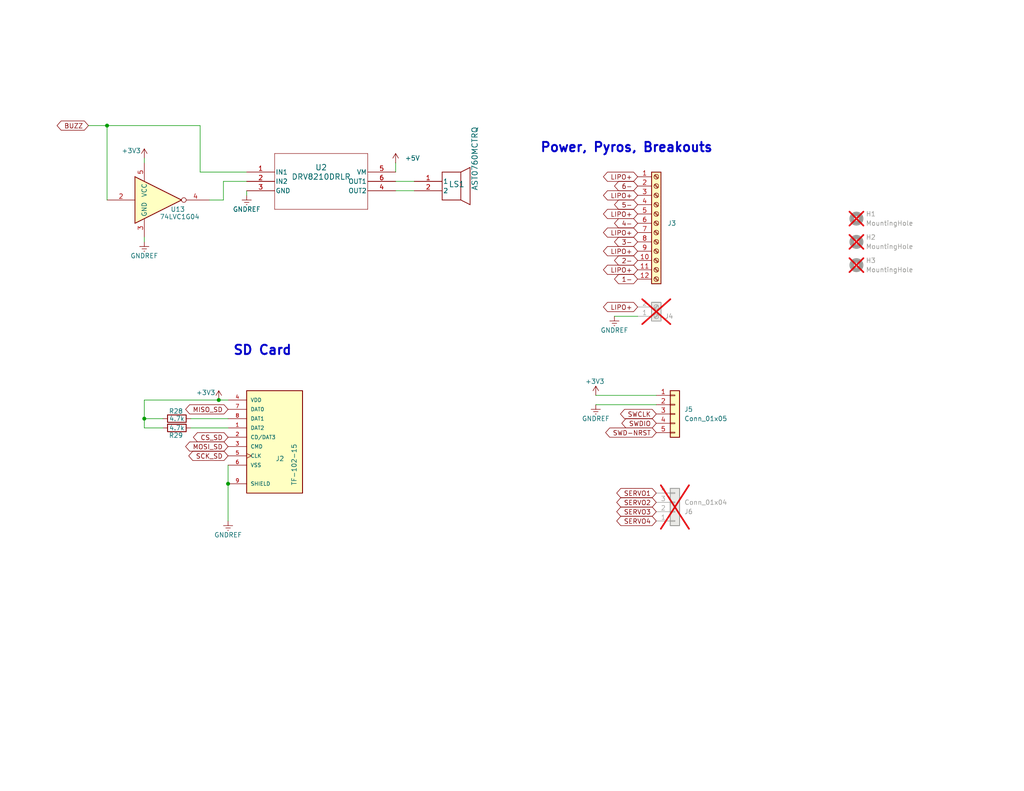
<source format=kicad_sch>
(kicad_sch (version 20231120) (generator "eeschema") (generator_version "8.0")
  (paper "USLetter")
  (title_block (title "WINTER Peripheral Items") (date "2025-01-06") (rev "3.3") (company "SparrowTheNerd"))
  (lib_symbols
    (symbol "74xGxx:74LVC1G04"
      (property "Reference" "U" (at 0 7.62 0))
      (property "Value" "74LVC1G04" (at 5.08 -7.62 0))
      (symbol "74LVC1G04_0_1"
        (polyline (pts (xy -7.62 6.35) (xy -7.62 -6.35) (xy 5.08 0) (xy -7.62 6.35)) (stroke (width 0.254)) (fill (type background)))
      )
      (symbol "74LVC1G04_1_1"
        (pin input line (at -15.24 0 0) (length 7.62) (name "~") (number "2"))
        (pin power_in line (at -5.08 -10.16 90) (length 5.08) (name "GND") (number "3"))
        (pin output inverted (at 12.7 0 180) (length 7.62) (name "~") (number "4"))
        (pin power_in line (at -5.08 10.16 270) (length 5.08) (name "VCC") (number "5"))
      )
    )
    (symbol "Connector:Screw_Terminal_01x02" (pin_names (offset 1.016) hide)
      (property "Reference" "J" (at 0 2.54 0))
      (property "Value" "Screw_Terminal_01x02" (at 0 -5.08 0))
      (symbol "Screw_Terminal_01x02_1_1"
        (rectangle (start -1.27 1.27) (end 1.27 -3.81) (stroke (width 0.254)) (fill (type background)))
        (circle (center 0 -2.54) (radius 0.635) (stroke (width 0.1524)))
        (polyline (pts (xy -0.5334 -2.2098) (xy 0.3302 -3.048)) (stroke (width 0.1524)))
        (polyline (pts (xy -0.5334 0.3302) (xy 0.3302 -0.508)) (stroke (width 0.1524)))
        (polyline (pts (xy -0.3556 -2.032) (xy 0.508 -2.8702)) (stroke (width 0.1524)))
        (polyline (pts (xy -0.3556 0.508) (xy 0.508 -0.3302)) (stroke (width 0.1524)))
        (circle (center 0 0) (radius 0.635) (stroke (width 0.1524)))
        (pin passive line (at -5.08 0 0) (length 3.81) (name "Pin_1") (number "1"))
        (pin passive line (at -5.08 -2.54 0) (length 3.81) (name "Pin_2") (number "2"))
      )
    )
    (symbol "Connector:Screw_Terminal_01x12" (pin_names (offset 1.016) hide)
      (property "Reference" "J" (at 0 15.24 0))
      (property "Value" "Screw_Terminal_01x12" (at 0 -17.78 0))
      (symbol "Screw_Terminal_01x12_1_1"
        (rectangle (start -1.27 13.97) (end 1.27 -16.51) (stroke (width 0.254)) (fill (type background)))
        (circle (center 0 -15.24) (radius 0.635) (stroke (width 0.1524)))
        (circle (center 0 -12.7) (radius 0.635) (stroke (width 0.1524)))
        (circle (center 0 -10.16) (radius 0.635) (stroke (width 0.1524)))
        (circle (center 0 -7.62) (radius 0.635) (stroke (width 0.1524)))
        (circle (center 0 -5.08) (radius 0.635) (stroke (width 0.1524)))
        (circle (center 0 -2.54) (radius 0.635) (stroke (width 0.1524)))
        (polyline (pts (xy -0.5334 -14.9098) (xy 0.3302 -15.748)) (stroke (width 0.1524)))
        (polyline (pts (xy -0.5334 -12.3698) (xy 0.3302 -13.208)) (stroke (width 0.1524)))
        (polyline (pts (xy -0.5334 -9.8298) (xy 0.3302 -10.668)) (stroke (width 0.1524)))
        (polyline (pts (xy -0.5334 -7.2898) (xy 0.3302 -8.128)) (stroke (width 0.1524)))
        (polyline (pts (xy -0.5334 -4.7498) (xy 0.3302 -5.588)) (stroke (width 0.1524)))
        (polyline (pts (xy -0.5334 -2.2098) (xy 0.3302 -3.048)) (stroke (width 0.1524)))
        (polyline (pts (xy -0.5334 0.3302) (xy 0.3302 -0.508)) (stroke (width 0.1524)))
        (polyline (pts (xy -0.5334 2.8702) (xy 0.3302 2.032)) (stroke (width 0.1524)))
        (polyline (pts (xy -0.5334 5.4102) (xy 0.3302 4.572)) (stroke (width 0.1524)))
        (polyline (pts (xy -0.5334 7.9502) (xy 0.3302 7.112)) (stroke (width 0.1524)))
        (polyline (pts (xy -0.5334 10.4902) (xy 0.3302 9.652)) (stroke (width 0.1524)))
        (polyline (pts (xy -0.5334 13.0302) (xy 0.3302 12.192)) (stroke (width 0.1524)))
        (polyline (pts (xy -0.3556 -14.732) (xy 0.508 -15.5702)) (stroke (width 0.1524)))
        (polyline (pts (xy -0.3556 -12.192) (xy 0.508 -13.0302)) (stroke (width 0.1524)))
        (polyline (pts (xy -0.3556 -9.652) (xy 0.508 -10.4902)) (stroke (width 0.1524)))
        (polyline (pts (xy -0.3556 -7.112) (xy 0.508 -7.9502)) (stroke (width 0.1524)))
        (polyline (pts (xy -0.3556 -4.572) (xy 0.508 -5.4102)) (stroke (width 0.1524)))
        (polyline (pts (xy -0.3556 -2.032) (xy 0.508 -2.8702)) (stroke (width 0.1524)))
        (polyline (pts (xy -0.3556 0.508) (xy 0.508 -0.3302)) (stroke (width 0.1524)))
        (polyline (pts (xy -0.3556 3.048) (xy 0.508 2.2098)) (stroke (width 0.1524)))
        (polyline (pts (xy -0.3556 5.588) (xy 0.508 4.7498)) (stroke (width 0.1524)))
        (polyline (pts (xy -0.3556 8.128) (xy 0.508 7.2898)) (stroke (width 0.1524)))
        (polyline (pts (xy -0.3556 10.668) (xy 0.508 9.8298)) (stroke (width 0.1524)))
        (polyline (pts (xy -0.3556 13.208) (xy 0.508 12.3698)) (stroke (width 0.1524)))
        (circle (center 0 0) (radius 0.635) (stroke (width 0.1524)))
        (circle (center 0 2.54) (radius 0.635) (stroke (width 0.1524)))
        (circle (center 0 5.08) (radius 0.635) (stroke (width 0.1524)))
        (circle (center 0 7.62) (radius 0.635) (stroke (width 0.1524)))
        (circle (center 0 10.16) (radius 0.635) (stroke (width 0.1524)))
        (circle (center 0 12.7) (radius 0.635) (stroke (width 0.1524)))
        (pin passive line (at -5.08 12.7 0) (length 3.81) (name "Pin_1") (number "1"))
        (pin passive line (at -5.08 -10.16 0) (length 3.81) (name "Pin_10") (number "10"))
        (pin passive line (at -5.08 -12.7 0) (length 3.81) (name "Pin_11") (number "11"))
        (pin passive line (at -5.08 -15.24 0) (length 3.81) (name "Pin_12") (number "12"))
        (pin passive line (at -5.08 10.16 0) (length 3.81) (name "Pin_2") (number "2"))
        (pin passive line (at -5.08 7.62 0) (length 3.81) (name "Pin_3") (number "3"))
        (pin passive line (at -5.08 5.08 0) (length 3.81) (name "Pin_4") (number "4"))
        (pin passive line (at -5.08 2.54 0) (length 3.81) (name "Pin_5") (number "5"))
        (pin passive line (at -5.08 0 0) (length 3.81) (name "Pin_6") (number "6"))
        (pin passive line (at -5.08 -2.54 0) (length 3.81) (name "Pin_7") (number "7"))
        (pin passive line (at -5.08 -5.08 0) (length 3.81) (name "Pin_8") (number "8"))
        (pin passive line (at -5.08 -7.62 0) (length 3.81) (name "Pin_9") (number "9"))
      )
    )
    (symbol "Connector_Generic:Conn_01x04" (pin_names (offset 1.016) hide)
      (property "Reference" "J" (at 0 5.08 0))
      (property "Value" "Conn_01x04" (at 0 -7.62 0))
      (symbol "Conn_01x04_1_1"
        (rectangle (start -1.27 -4.953) (end 0 -5.207) (stroke (width 0.1524)))
        (rectangle (start -1.27 -2.413) (end 0 -2.667) (stroke (width 0.1524)))
        (rectangle (start -1.27 0.127) (end 0 -0.127) (stroke (width 0.1524)))
        (rectangle (start -1.27 2.667) (end 0 2.413) (stroke (width 0.1524)))
        (rectangle (start -1.27 3.81) (end 1.27 -6.35) (stroke (width 0.254)) (fill (type background)))
        (pin passive line (at -5.08 2.54 0) (length 3.81) (name "Pin_1") (number "1"))
        (pin passive line (at -5.08 0 0) (length 3.81) (name "Pin_2") (number "2"))
        (pin passive line (at -5.08 -2.54 0) (length 3.81) (name "Pin_3") (number "3"))
        (pin passive line (at -5.08 -5.08 0) (length 3.81) (name "Pin_4") (number "4"))
      )
    )
    (symbol "Connector_Generic:Conn_01x05" (pin_names (offset 1.016) hide)
      (property "Reference" "J" (at 0 7.62 0))
      (property "Value" "Conn_01x05" (at 0 -7.62 0))
      (symbol "Conn_01x05_1_1"
        (rectangle (start -1.27 -4.953) (end 0 -5.207) (stroke (width 0.1524)))
        (rectangle (start -1.27 -2.413) (end 0 -2.667) (stroke (width 0.1524)))
        (rectangle (start -1.27 0.127) (end 0 -0.127) (stroke (width 0.1524)))
        (rectangle (start -1.27 2.667) (end 0 2.413) (stroke (width 0.1524)))
        (rectangle (start -1.27 5.207) (end 0 4.953) (stroke (width 0.1524)))
        (rectangle (start -1.27 6.35) (end 1.27 -6.35) (stroke (width 0.254)) (fill (type background)))
        (pin passive line (at -5.08 5.08 0) (length 3.81) (name "Pin_1") (number "1"))
        (pin passive line (at -5.08 2.54 0) (length 3.81) (name "Pin_2") (number "2"))
        (pin passive line (at -5.08 0 0) (length 3.81) (name "Pin_3") (number "3"))
        (pin passive line (at -5.08 -2.54 0) (length 3.81) (name "Pin_4") (number "4"))
        (pin passive line (at -5.08 -5.08 0) (length 3.81) (name "Pin_5") (number "5"))
      )
    )
    (symbol "Device:R" (pin_numbers hide) (pin_names (offset 0))
      (property "Reference" "R" (at 2.032 0 90))
      (property "Value" "R" (at 0 0 90))
      (symbol "R_0_1"
        (rectangle (start -1.016 -2.54) (end 1.016 2.54) (stroke (width 0.254)))
      )
      (symbol "R_1_1"
        (pin passive line (at 0 3.81 270) (length 1.27) (name "~") (number "1"))
        (pin passive line (at 0 -3.81 90) (length 1.27) (name "~") (number "2"))
      )
    )
    (symbol "Mechanical:MountingHole" (pin_names (offset 1.016)) (exclude_from_sim yes) (in_bom no)
      (property "Reference" "H" (at 0 5.08 0))
      (property "Value" "MountingHole" (at 0 3.175 0))
      (symbol "MountingHole_0_1"
        (circle (center 0 0) (radius 1.27) (stroke (width 1.27)))
      )
    )
    (symbol "power:+3V3" (power) (pin_numbers hide) (pin_names (offset 0) hide)
      (property "Value" "+3V3" (at 0 3.556 0))
      (symbol "+3V3_0_1"
        (polyline (pts (xy -0.762 1.27) (xy 0 2.54)))
        (polyline (pts (xy 0 0) (xy 0 2.54)))
        (polyline (pts (xy 0 2.54) (xy 0.762 1.27)))
      )
      (symbol "+3V3_1_1"
        (pin power_in line (at 0 0 90) (length 0) (name "~") (number "1"))
      )
    )
    (symbol "power:+5V" (power) (pin_numbers hide) (pin_names (offset 0) hide)
      (property "Value" "+5V" (at 0 3.556 0))
      (symbol "+5V_0_1"
        (polyline (pts (xy -0.762 1.27) (xy 0 2.54)))
        (polyline (pts (xy 0 0) (xy 0 2.54)))
        (polyline (pts (xy 0 2.54) (xy 0.762 1.27)))
      )
      (symbol "+5V_1_1"
        (pin power_in line (at 0 0 90) (length 0) (name "~") (number "1"))
      )
    )
    (symbol "power:GNDREF" (power) (pin_names (offset 0))
      (property "Value" "GNDREF" (at 0 -3.81 0))
      (symbol "GNDREF_0_1"
        (polyline (pts (xy -0.635 -1.905) (xy 0.635 -1.905)))
        (polyline (pts (xy -0.127 -2.54) (xy 0.127 -2.54)))
        (polyline (pts (xy 0 -1.27) (xy 0 0)))
        (polyline (pts (xy 1.27 -1.27) (xy -1.27 -1.27)))
      )
      (symbol "GNDREF_1_1"
        (pin power_in line (at 0 0 270) (length 0) hide (name "GNDREF") (number "1"))
      )
    )
    (symbol "rev3_components:AST0760MCTRQ" (pin_names (offset 0.254))
      (property "Reference" "LS" (at 7.62 7.62 0))
      (property "Value" "AST0760MCTRQ" (at 20.32 7.62 0))
      (symbol "AST0760MCTRQ_0_1"
        (polyline (pts (xy 7.62 -5.08) (xy 12.7 -5.08)) (stroke (width 0.2032)))
        (polyline (pts (xy 7.62 2.54) (xy 7.62 -5.08)) (stroke (width 0.2032)))
        (polyline (pts (xy 12.7 -5.08) (xy 12.7 2.54)) (stroke (width 0.2032)))
        (polyline (pts (xy 12.7 2.54) (xy 7.62 2.54)) (stroke (width 0.2032)))
        (polyline (pts (xy 12.7 2.54) (xy 15.24 3.81)) (stroke (width 0.2032)))
        (polyline (pts (xy 15.24 -6.35) (xy 12.7 -5.08)) (stroke (width 0.2032)))
        (polyline (pts (xy 15.24 3.81) (xy 15.24 -6.35)) (stroke (width 0.2032)))
        (pin unspecified line (at 0 0 0) (length 7.62) (name "1") (number "1"))
        (pin unspecified line (at 0 -2.54 0) (length 7.62) (name "2") (number "2"))
      )
    )
    (symbol "rev3_components:DRV8210DRLR" (pin_names (offset 0.254))
      (property "Reference" "U" (at 20.32 10.16 0))
      (property "Value" "DRV8210DRLR" (at 20.32 7.62 0))
      (symbol "DRV8210DRLR_0_1"
        (polyline (pts (xy 7.62 -10.16) (xy 33.02 -10.16)) (stroke (width 0.127)))
        (polyline (pts (xy 7.62 5.08) (xy 7.62 -10.16)) (stroke (width 0.127)))
        (polyline (pts (xy 33.02 -10.16) (xy 33.02 5.08)) (stroke (width 0.127)))
        (polyline (pts (xy 33.02 5.08) (xy 7.62 5.08)) (stroke (width 0.127)))
        (pin input line (at 0 0 0) (length 7.62) (name "IN1") (number "1"))
        (pin input line (at 0 -2.54 0) (length 7.62) (name "IN2") (number "2"))
        (pin power_out line (at 0 -5.08 0) (length 7.62) (name "GND") (number "3"))
        (pin output line (at 40.64 -5.08 180) (length 7.62) (name "OUT2") (number "4"))
        (pin unspecified line (at 40.64 0 180) (length 7.62) (name "VM") (number "5"))
        (pin output line (at 40.64 -2.54 180) (length 7.62) (name "OUT1") (number "6"))
      )
    )
    (symbol "rev3_components:MEM2067-02-180-00-A_REVB" (pin_names (offset 1.016))
      (property "Reference" "J2" (at 7.874 -5.842 0))
      (property "Value" "TF-102-15" (at 12.954 -13.208 90))
      (symbol "MEM2067-02-180-00-A_REVB_0_0"
        (rectangle (start 0 12.7) (end 15.24 -15.24) (stroke (width 0.254)) (fill (type background)))
        (pin bidirectional line (at -5.08 2.54 0) (length 5.08) (name "DAT2") (number "1"))
        (pin bidirectional line (at -5.08 0 0) (length 5.08) (name "CD/DAT3") (number "2"))
        (pin bidirectional line (at -5.08 -2.54 0) (length 5.08) (name "CMD") (number "3"))
        (pin power_in line (at -5.08 10.16 0) (length 5.08) (name "VDD") (number "4"))
        (pin bidirectional clock (at -5.08 -5.08 0) (length 5.08) (name "CLK") (number "5"))
        (pin power_in line (at -5.08 -7.62 0) (length 5.08) (name "VSS") (number "6"))
        (pin bidirectional line (at -5.08 7.62 0) (length 5.08) (name "DAT0") (number "7"))
        (pin bidirectional line (at -5.08 5.08 0) (length 5.08) (name "DAT1") (number "8"))
        (pin passive line (at -5.08 -12.7 0) (length 5.08) (name "SHIELD") (number "9"))
      )
    )
  )
  (junction (at 59.69 109.22))
  (junction (at 29.21 34.29))
  (junction (at 39.37 114.3))
  (junction (at 62.23 132.08))
  (wire (pts (xy 29.21 34.29) (xy 29.21 54.61)))
  (wire (pts (xy 167.64 86.36) (xy 173.99 86.36)))
  (wire (pts (xy 39.37 43.18) (xy 39.37 44.45)))
  (wire (pts (xy 39.37 114.3) (xy 39.37 116.84)))
  (wire (pts (xy 60.96 49.53) (xy 67.31 49.53)))
  (wire (pts (xy 60.96 54.61) (xy 60.96 49.53)))
  (wire (pts (xy 24.13 34.29) (xy 29.21 34.29)))
  (wire (pts (xy 39.37 109.22) (xy 59.69 109.22)))
  (wire (pts (xy 54.61 46.99) (xy 54.61 34.29)))
  (wire (pts (xy 107.95 52.07) (xy 113.03 52.07)))
  (wire (pts (xy 39.37 114.3) (xy 39.37 109.22)))
  (wire (pts (xy 39.37 64.77) (xy 39.37 66.04)))
  (wire (pts (xy 52.07 114.3) (xy 62.23 114.3)))
  (wire (pts (xy 62.23 132.08) (xy 62.23 142.24)))
  (wire (pts (xy 162.56 107.95) (xy 179.07 107.95)))
  (wire (pts (xy 107.95 44.45) (xy 107.95 46.99)))
  (wire (pts (xy 67.31 52.07) (xy 67.31 53.34)))
  (wire (pts (xy 162.56 110.49) (xy 179.07 110.49)))
  (wire (pts (xy 62.23 127) (xy 62.23 132.08)))
  (wire (pts (xy 67.31 46.99) (xy 54.61 46.99)))
  (wire (pts (xy 39.37 116.84) (xy 44.45 116.84)))
  (wire (pts (xy 54.61 34.29) (xy 29.21 34.29)))
  (wire (pts (xy 57.15 54.61) (xy 60.96 54.61)))
  (wire (pts (xy 107.95 49.53) (xy 113.03 49.53)))
  (wire (pts (xy 59.69 109.22) (xy 62.23 109.22)))
  (wire (pts (xy 52.07 116.84) (xy 62.23 116.84)))
  (wire (pts (xy 39.37 114.3) (xy 44.45 114.3)))
  (text "SD Card" (at 71.628 95.758 0) (effects (font (size 2.54 2.54) (bold yes))))
  (text "Power, Pyros, Breakouts" (at 170.942 40.386 0) (effects (font (size 2.54 2.54) (bold yes))))
  (global_label "SWDIO" (shape bidirectional) (at 179.07 115.57 180) (property "Intersheetrefs" "${INTERSHEET_REFS}" (effects (hide yes))))
  (global_label "BUZZ" (shape bidirectional) (at 24.13 34.29 180) (property "Intersheetrefs" "${INTERSHEET_REFS}" (effects (hide yes))))
  (global_label "LIPO+" (shape bidirectional) (at 173.99 58.42 180) (property "Intersheetrefs" "${INTERSHEET_REFS}" (effects (hide yes))))
  (global_label "SWD-NRST" (shape bidirectional) (at 179.07 118.11 180) (property "Intersheetrefs" "${INTERSHEET_REFS}" (effects (hide yes))))
  (global_label "3-" (shape bidirectional) (at 173.99 66.04 180) (property "Intersheetrefs" "${INTERSHEET_REFS}" (effects (hide yes))))
  (global_label "LIPO+" (shape bidirectional) (at 173.99 83.82 180) (property "Intersheetrefs" "${INTERSHEET_REFS}" (effects (hide yes))))
  (global_label "1-" (shape bidirectional) (at 173.99 76.2 180) (property "Intersheetrefs" "${INTERSHEET_REFS}" (effects (hide yes))))
  (global_label "6-" (shape bidirectional) (at 173.99 50.8 180) (property "Intersheetrefs" "${INTERSHEET_REFS}" (effects (hide yes))))
  (global_label "SWCLK" (shape bidirectional) (at 179.07 113.03 180) (property "Intersheetrefs" "${INTERSHEET_REFS}" (effects (hide yes))))
  (global_label "SERVO3" (shape bidirectional) (at 179.07 139.7 180) (property "Intersheetrefs" "${INTERSHEET_REFS}" (effects (hide yes))))
  (global_label "LIPO+" (shape bidirectional) (at 173.99 68.58 180) (property "Intersheetrefs" "${INTERSHEET_REFS}" (effects (hide yes))))
  (global_label "2-" (shape bidirectional) (at 173.99 71.12 180) (property "Intersheetrefs" "${INTERSHEET_REFS}" (effects (hide yes))))
  (global_label "5-" (shape bidirectional) (at 173.99 55.88 180) (property "Intersheetrefs" "${INTERSHEET_REFS}" (effects (hide yes))))
  (global_label "4-" (shape bidirectional) (at 173.99 60.96 180) (property "Intersheetrefs" "${INTERSHEET_REFS}" (effects (hide yes))))
  (global_label "MISO_SD" (shape bidirectional) (at 62.23 111.76 180) (property "Intersheetrefs" "${INTERSHEET_REFS}" (effects (hide yes))))
  (global_label "CS_SD" (shape bidirectional) (at 62.23 119.38 180) (property "Intersheetrefs" "${INTERSHEET_REFS}" (effects (hide yes))))
  (global_label "SCK_SD" (shape bidirectional) (at 62.23 124.46 180) (property "Intersheetrefs" "${INTERSHEET_REFS}" (effects (hide yes))))
  (global_label "LIPO+" (shape bidirectional) (at 173.99 63.5 180) (property "Intersheetrefs" "${INTERSHEET_REFS}" (effects (hide yes))))
  (global_label "LIPO+" (shape bidirectional) (at 173.99 53.34 180) (property "Intersheetrefs" "${INTERSHEET_REFS}" (effects (hide yes))))
  (global_label "MOSI_SD" (shape bidirectional) (at 62.23 121.92 180) (property "Intersheetrefs" "${INTERSHEET_REFS}" (effects (hide yes))))
  (global_label "LIPO+" (shape bidirectional) (at 173.99 73.66 180) (property "Intersheetrefs" "${INTERSHEET_REFS}" (effects (hide yes))))
  (global_label "LIPO+" (shape bidirectional) (at 173.99 48.26 180) (property "Intersheetrefs" "${INTERSHEET_REFS}" (effects (hide yes))))
  (global_label "SERVO1" (shape bidirectional) (at 179.07 134.62 180) (property "Intersheetrefs" "${INTERSHEET_REFS}" (effects (hide yes))))
  (global_label "SERVO2" (shape bidirectional) (at 179.07 137.16 180) (property "Intersheetrefs" "${INTERSHEET_REFS}" (effects (hide yes))))
  (global_label "SERVO4" (shape bidirectional) (at 179.07 142.24 180) (property "Intersheetrefs" "${INTERSHEET_REFS}" (effects (hide yes))))
  (symbol (lib_id "power:GNDREF") (at 162.56 110.49 0) (mirror y) (unit 1)
    (property "Reference" "#PWR0173" (effects (hide yes)))
    (property "Value" "GNDREF" (at 162.56 114.3 0))
  )
  (symbol (lib_id "power:+3V3") (at 59.69 109.22 0) (unit 1)
    (property "Reference" "#PWR0178" (effects (hide yes)))
    (property "Value" "+3V3" (at 56.134 107.188 0))
    (property "Description" "Power symbol creates a global label with name \"+3V3\"" (effects (hide yes)))
  )
  (symbol (lib_id "power:+5V") (at 107.95 44.45 0) (unit 1)
    (property "Reference" "#PWR01" (effects (hide yes)))
    (property "Value" "+5V" (at 110.49 43.1799 0) (effects (justify left)))
    (property "Description" "Power symbol creates a global label with name \"+5V\"" (effects (hide yes)))
  )
  (symbol (lib_id "power:+3V3") (at 39.37 43.18 0) (unit 1)
    (property "Reference" "#PWR08" (effects (hide yes)))
    (property "Value" "+3V3" (at 35.814 41.148 0))
    (property "Description" "Power symbol creates a global label with name \"+3V3\"" (effects (hide yes)))
  )
  (symbol (lib_id "rev3_components:AST0760MCTRQ") (at 113.03 49.53 0) (unit 1)
    (property "Reference" "LS1" (at 122.428 50.292 0) (effects (font (size 1.524 1.524)) (justify left)))
    (property "Value" "AST0760MCTRQ" (at 129.54 52.0699 90) (effects (font (size 1.524 1.524)) (justify left)))
    (property "Footprint" "rev3footprints:AST0760_MAL" (effects (hide yes)))
    (property "Datasheet" "AST0760MCTRQ" (effects (hide yes)))
    (property "LCSC" "C5949284" (effects (hide yes)))
    (property "Product ID" "AST0760MCTRQ" (effects (hide yes)))
  )
  (symbol (lib_id "Connector:Screw_Terminal_01x12") (at 179.07 60.96 0) (unit 1)
    (property "Reference" "J3" (at 182.118 60.96 0) (effects (justify left)))
    (property "Value" "Screw_Terminal_01x12" (effects (hide yes)))
    (property "Footprint" "TerminalBlock_Phoenix:TerminalBlock_Phoenix_MPT-0,5-12-2.54_1x12_P2.54mm_Horizontal" (effects (hide yes)))
    (property "Product ID" "1725753" (effects (hide yes)))
    (property "LCSC" "DNP" (effects (hide yes)))
  )
  (symbol (lib_id "power:GNDREF") (at 39.37 66.04 0) (mirror y) (unit 1)
    (property "Reference" "#PWR07" (effects (hide yes)))
    (property "Value" "GNDREF" (at 39.37 69.85 0))
  )
  (symbol (lib_id "Connector_Generic:Conn_01x04") (at 184.15 139.7 0) (mirror x) (unit 1) (in_bom no) (dnp yes)
    (property "Reference" "J6" (at 186.69 139.7001 0) (effects (justify left)))
    (property "Value" "Conn_01x04" (at 186.69 137.1601 0) (effects (justify left)))
    (property "Footprint" "Connector_PinHeader_2.54mm:PinHeader_1x04_P2.54mm_Vertical" (effects (hide yes)))
    (property "LCSC" "DNP" (effects (hide yes)))
  )
  (symbol (lib_id "power:+3V3") (at 162.56 107.95 0) (unit 1)
    (property "Reference" "#PWR0174" (effects (hide yes)))
    (property "Value" "+3V3" (at 162.306 104.14 0))
    (property "Description" "Power symbol creates a global label with name \"+3V3\"" (effects (hide yes)))
  )
  (symbol (lib_id "power:GNDREF") (at 67.31 53.34 0) (mirror y) (unit 1)
    (property "Reference" "#PWR06" (effects (hide yes)))
    (property "Value" "GNDREF" (at 67.31 57.15 0))
  )
  (symbol (lib_id "Mechanical:MountingHole") (at 233.68 59.69 0) (unit 1) (exclude_from_sim yes) (in_bom no) (dnp yes)
    (property "Reference" "H1" (at 236.22 58.4199 0) (effects (justify left)))
    (property "Value" "MountingHole" (at 236.22 60.9599 0) (effects (justify left)))
    (property "Footprint" "MountingHole:MountingHole_2.2mm_M2_ISO7380_Pad_TopOnly" (effects (hide yes)))
    (property "Description" "Mounting Hole without connection" (effects (hide yes)))
    (property "LCSC" "DNP" (effects (hide yes)))
  )
  (symbol (lib_id "Connector_Generic:Conn_01x05") (at 184.15 113.03 0) (unit 1) (in_bom no)
    (property "Reference" "J5" (at 186.69 111.7599 0) (effects (justify left)))
    (property "Value" "Conn_01x05" (at 186.69 114.2999 0) (effects (justify left)))
    (property "Footprint" "Connector_PinHeader_2.54mm:PinHeader_1x05_P2.54mm_Vertical" (effects (hide yes)))
    (property "Description" "Generic connector, single row, 01x05, script generated (kicad-library-utils/schlib/autogen/connector/)" (effects (hide yes)))
    (property "LCSC" "DNP" (effects (hide yes)))
    (property "Product ID" "2.54mm pitch header pins" (effects (hide yes)))
  )
  (symbol (lib_id "Connector:Screw_Terminal_01x02") (at 179.07 86.36 0) (mirror x) (unit 1) (in_bom no) (dnp yes)
    (property "Reference" "J4" (at 181.356 86.36 0) (effects (justify left)))
    (property "Value" "Screw_Terminal_01x02" (effects (hide yes)))
    (property "Footprint" "Connector_PinHeader_2.54mm:PinHeader_1x02_P2.54mm_Vertical" (effects (hide yes)))
    (property "LCSC" "DNP" (effects (hide yes)))
  )
  (symbol (lib_id "74xGxx:74LVC1G04") (at 44.45 54.61 0) (unit 1)
    (property "Reference" "U13" (at 48.514 57.15 0))
    (property "Value" "74LVC1G04" (at 49.022 59.182 0))
    (property "Footprint" "Package_TO_SOT_SMD:Texas_R-PDSO-G5_DCK-5" (effects (hide yes)))
    (property "Datasheet" "https://www.ti.com/lit/ds/symlink/sn74lvc1g04.pdf" (effects (hide yes)))
    (property "Description" "Single NOT Gate, Low-Voltage CMOS" (effects (hide yes)))
    (property "LCSC" "C8207" (effects (hide yes)))
    (property "Product ID" "74LVC1G04" (effects (hide yes)))
  )
  (symbol (lib_id "Mechanical:MountingHole") (at 233.68 72.39 0) (unit 1) (exclude_from_sim yes) (in_bom no) (dnp yes)
    (property "Reference" "H3" (at 236.22 71.1199 0) (effects (justify left)))
    (property "Value" "MountingHole" (at 236.22 73.6599 0) (effects (justify left)))
    (property "Footprint" "MountingHole:MountingHole_2.2mm_M2_ISO7380_Pad_TopOnly" (effects (hide yes)))
    (property "Description" "Mounting Hole without connection" (effects (hide yes)))
    (property "LCSC" "DNP" (effects (hide yes)))
  )
  (symbol (lib_id "power:GNDREF") (at 62.23 142.24 0) (mirror y) (unit 1)
    (property "Reference" "#PWR0177" (effects (hide yes)))
    (property "Value" "GNDREF" (at 62.23 146.05 0))
  )
  (symbol (lib_id "Device:R") (at 48.26 116.84 90) (unit 1)
    (property "Reference" "R29" (at 48.006 118.872 90))
    (property "Value" "4.7k" (at 48.26 116.84 90))
    (property "Footprint" "Resistor_SMD:R_0603_1608Metric" (effects (hide yes)))
    (property "LCSC" "C23162" (effects (hide yes)))
    (property "Product ID" "ERJ-PA3J472V" (effects (hide yes)))
  )
  (symbol (lib_id "power:GNDREF") (at 167.64 86.36 0) (mirror y) (unit 1)
    (property "Reference" "#PWR0176" (effects (hide yes)))
    (property "Value" "GNDREF" (at 167.64 90.17 0))
  )
  (symbol (lib_id "rev3_components:MEM2067-02-180-00-A_REVB") (at 67.31 119.38 0) (unit 1)
    (property "Reference" "J2" (at 75.184 125.222 0) (effects (justify left)))
    (property "Value" "TF-102-15" (at 80.264 132.588 90) (effects (justify left)))
    (property "Footprint" "Connector_Card:microSD_HC_Molex_47219-2001" (effects (hide yes)))
    (property "MANUFACTURER" "GCT" (effects (hide yes)))
    (property "LCSC" "C266609" (effects (hide yes)))
    (property "Mouser ID" "538-47219-2001" (effects (hide yes)))
    (property "Product ID" "47219-2001" (effects (hide yes)))
  )
  (symbol (lib_id "rev3_components:DRV8210DRLR") (at 67.31 46.99 0) (unit 1)
    (property "Reference" "U2" (at 87.63 45.72 0) (effects (font (size 1.524 1.524))))
    (property "Value" "DRV8210DRLR" (at 87.63 48.26 0) (effects (font (size 1.524 1.524))))
    (property "Footprint" "rev3footprints:SOT_210DRLR_TEX" (effects (hide yes)))
    (property "Datasheet" "DRV8210DRLR" (effects (hide yes)))
    (property "LCSC" "C3681297" (effects (hide yes)))
    (property "Product ID" "DRV8210DRLR" (effects (hide yes)))
  )
  (symbol (lib_id "Mechanical:MountingHole") (at 233.68 66.04 0) (unit 1) (exclude_from_sim yes) (in_bom no) (dnp yes)
    (property "Reference" "H2" (at 236.22 64.7699 0) (effects (justify left)))
    (property "Value" "MountingHole" (at 236.22 67.3099 0) (effects (justify left)))
    (property "Footprint" "MountingHole:MountingHole_2.2mm_M2_ISO7380_Pad_TopOnly" (effects (hide yes)))
    (property "Description" "Mounting Hole without connection" (effects (hide yes)))
    (property "LCSC" "DNP" (effects (hide yes)))
  )
  (symbol (lib_id "Device:R") (at 48.26 114.3 90) (unit 1)
    (property "Reference" "R28" (at 48.006 112.268 90))
    (property "Value" "4.7k" (at 48.26 114.3 90))
    (property "Footprint" "Resistor_SMD:R_0603_1608Metric" (effects (hide yes)))
    (property "LCSC" "C23162" (effects (hide yes)))
    (property "Product ID" "ERJ-PA3J472V" (effects (hide yes)))
  )
)
</source>
